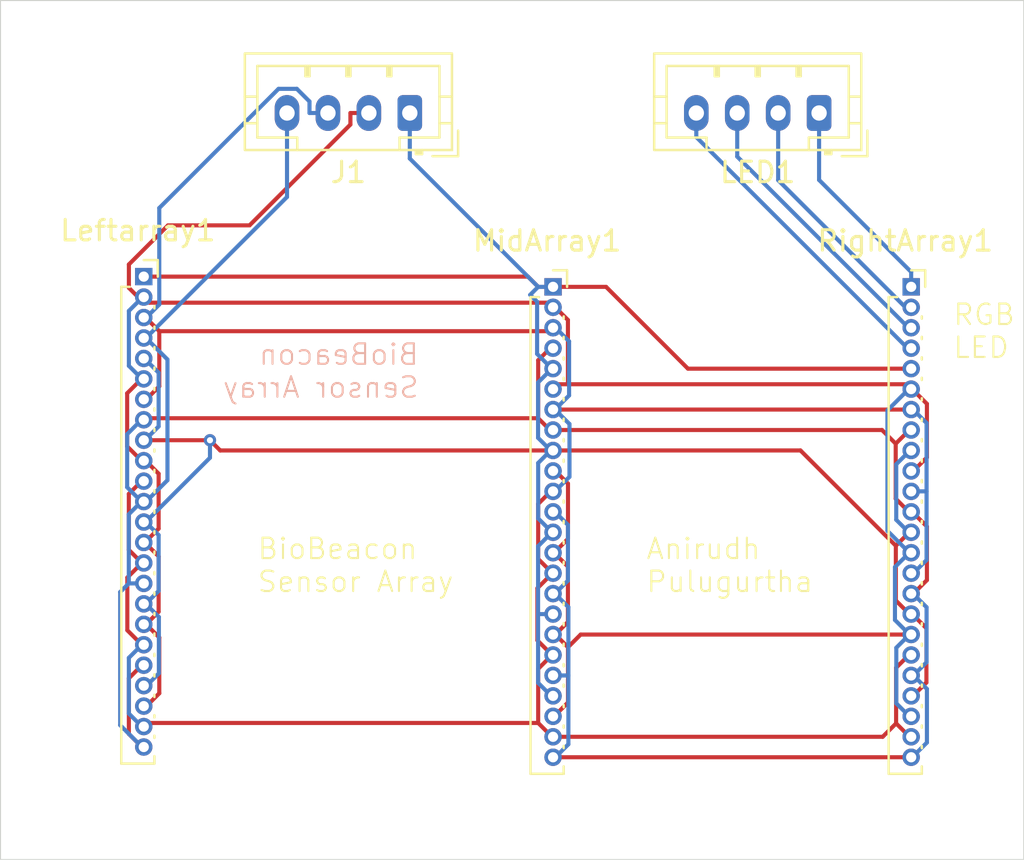
<source format=kicad_pcb>
(kicad_pcb (version 20241229) (generator "pcbnew") (generator_version "9.0")
  (layers (0 "F.Cu" signal) (2 "B.Cu" signal) (13 "F.Paste" user) (15 "B.Paste" user) (5 "F.SilkS" user "F.Silkscreen") (7 "B.SilkS" user "B.Silkscreen") (1 "F.Mask" user) (3 "B.Mask" user) (25 "Edge.Cuts" user))
  (net 0 "")
  (net 1 "Net-(J1-Pin_3)")
  (net 2 "Net-(J1-Pin_1)")
  (net 3 "Net-(J1-Pin_2)")
  (net 4 "Net-(J1-Pin_4)")
  (net 5 "Net-(LED1-Pin_2)")
  (net 6 "Net-(LED1-Pin_1)")
  (net 7 "Net-(LED1-Pin_3)")
  (net 8 "Net-(LED1-Pin_4)")
  (footprint "Connector_PinSocket_1.00mm:PinSocket_1x24_P1.00mm_Vertical" (layer "F.Cu") (at 133.5 68)
    (property "Reference" "Leftarray1" (at -0.29 -2.25 0) (layer "F.SilkS"))
    (property "Value" "Conn_01x24")
    (fp_line (start -1.1 0.5) (end -1.1 23.81) (stroke (width 0.12)) (layer "F.SilkS"))
    (fp_line (start -1.1 0.5) (end -0.685 0.5) (stroke (width 0.12)) (layer "F.SilkS"))
    (fp_line (start -1.1 23.81) (end 0.52 23.81) (stroke (width 0.12)) (layer "F.SilkS"))
    (fp_line (start 0 -0.81) (end 0.685 -0.81) (stroke (width 0.12)) (layer "F.SilkS"))
    (fp_line (start 0.52 1.445898) (end 0.52 1.554102) (stroke (width 0.12)) (layer "F.SilkS"))
    (fp_line (start 0.52 2.445898) (end 0.52 2.554102) (stroke (width 0.12)) (layer "F.SilkS"))
    (fp_line (start 0.52 3.445898) (end 0.52 3.554102) (stroke (width 0.12)) (layer "F.SilkS"))
    (fp_line (start 0.52 4.445898) (end 0.52 4.554102) (stroke (width 0.12)) (layer "F.SilkS"))
    (fp_line (start 0.52 5.445898) (end 0.52 5.554102) (stroke (width 0.12)) (layer "F.SilkS"))
    (fp_line (start 0.52 6.445898) (end 0.52 6.554102) (stroke (width 0.12)) (layer "F.SilkS"))
    (fp_line (start 0.52 7.445898) (end 0.52 7.554102) (stroke (width 0.12)) (layer "F.SilkS"))
    (fp_line (start 0.52 8.445898) (end 0.52 8.554102) (stroke (width 0.12)) (layer "F.SilkS"))
    (fp_line (start 0.52 9.445898) (end 0.52 9.554102) (stroke (width 0.12)) (layer "F.SilkS"))
    (fp_line (start 0.52 10.445898) (end 0.52 10.554102) (stroke (width 0.12)) (layer "F.SilkS"))
    (fp_line (start 0.52 11.445898) (end 0.52 11.554102) (stroke (width 0.12)) (layer "F.SilkS"))
    (fp_line (start 0.52 12.445898) (end 0.52 12.554102) (stroke (width 0.12)) (layer "F.SilkS"))
    (fp_line (start 0.52 13.445898) (end 0.52 13.554102) (stroke (width 0.12)) (layer "F.SilkS"))
    (fp_line (start 0.52 14.445898) (end 0.52 14.554102) (stroke (width 0.12)) (layer "F.SilkS"))
    (fp_line (start 0.52 15.445898) (end 0.52 15.554102) (stroke (width 0.12)) (layer "F.SilkS"))
    (fp_line (start 0.52 16.445898) (end 0.52 16.554102) (stroke (width 0.12)) (layer "F.SilkS"))
    (fp_line (start 0.52 17.445898) (end 0.52 17.554102) (stroke (width 0.12)) (layer "F.SilkS"))
    (fp_line (start 0.52 18.445898) (end 0.52 18.554102) (stroke (width 0.12)) (layer "F.SilkS"))
    (fp_line (start 0.52 19.445898) (end 0.52 19.554102) (stroke (width 0.12)) (layer "F.SilkS"))
    (fp_line (start 0.52 20.445898) (end 0.52 20.554102) (stroke (width 0.12)) (layer "F.SilkS"))
    (fp_line (start 0.52 21.445898) (end 0.52 21.554102) (stroke (width 0.12)) (layer "F.SilkS"))
    (fp_line (start 0.52 22.445898) (end 0.52 22.554102) (stroke (width 0.12)) (layer "F.SilkS"))
    (fp_line (start 0.52 23.445898) (end 0.52 23.81) (stroke (width 0.12)) (layer "F.SilkS"))
    (fp_line (start 0.685 -0.81) (end 0.685 0) (stroke (width 0.12)) (layer "F.SilkS"))
    (pad "1" thru_hole rect (at 0 0) (size 0.85 0.85) (drill 0.5) (layers "*.Cu" "*.Mask") (net 2 "Net-(J1-Pin_1)"))
    (pad "2" thru_hole circle (at 0 1) (size 0.85 0.85) (drill 0.5) (layers "*.Cu" "*.Mask") (net 3 "Net-(J1-Pin_2)"))
    (pad "3" thru_hole circle (at 0 2) (size 0.85 0.85) (drill 0.5) (layers "*.Cu" "*.Mask") (net 1 "Net-(J1-Pin_3)"))
    (pad "4" thru_hole circle (at 0 3) (size 0.85 0.85) (drill 0.5) (layers "*.Cu" "*.Mask") (net 4 "Net-(J1-Pin_4)"))
    (pad "5" thru_hole circle (at 0 4) (size 0.85 0.85) (drill 0.5) (layers "*.Cu" "*.Mask") (net 2 "Net-(J1-Pin_1)"))
    (pad "6" thru_hole circle (at 0 5) (size 0.85 0.85) (drill 0.5) (layers "*.Cu" "*.Mask") (net 3 "Net-(J1-Pin_2)"))
    (pad "7" thru_hole circle (at 0 6) (size 0.85 0.85) (drill 0.5) (layers "*.Cu" "*.Mask") (net 1 "Net-(J1-Pin_3)"))
    (pad "8" thru_hole circle (at 0 7) (size 0.85 0.85) (drill 0.5) (layers "*.Cu" "*.Mask") (net 4 "Net-(J1-Pin_4)"))
    (pad "9" thru_hole circle (at 0 8) (size 0.85 0.85) (drill 0.5) (layers "*.Cu" "*.Mask") (net 2 "Net-(J1-Pin_1)"))
    (pad "10" thru_hole circle (at 0 9) (size 0.85 0.85) (drill 0.5) (layers "*.Cu" "*.Mask") (net 3 "Net-(J1-Pin_2)"))
    (pad "11" thru_hole circle (at 0 10) (size 0.85 0.85) (drill 0.5) (layers "*.Cu" "*.Mask") (net 1 "Net-(J1-Pin_3)"))
    (pad "12" thru_hole circle (at 0 11) (size 0.85 0.85) (drill 0.5) (layers "*.Cu" "*.Mask") (net 4 "Net-(J1-Pin_4)"))
    (pad "13" thru_hole circle (at 0 12) (size 0.85 0.85) (drill 0.5) (layers "*.Cu" "*.Mask") (net 2 "Net-(J1-Pin_1)"))
    (pad "14" thru_hole circle (at 0 13) (size 0.85 0.85) (drill 0.5) (layers "*.Cu" "*.Mask") (net 3 "Net-(J1-Pin_2)"))
    (pad "15" thru_hole circle (at 0 14) (size 0.85 0.85) (drill 0.5) (layers "*.Cu" "*.Mask") (net 1 "Net-(J1-Pin_3)"))
    (pad "16" thru_hole circle (at 0 15) (size 0.85 0.85) (drill 0.5) (layers "*.Cu" "*.Mask") (net 4 "Net-(J1-Pin_4)"))
    (pad "17" thru_hole circle (at 0 16) (size 0.85 0.85) (drill 0.5) (layers "*.Cu" "*.Mask") (net 2 "Net-(J1-Pin_1)"))
    (pad "18" thru_hole circle (at 0 17) (size 0.85 0.85) (drill 0.5) (layers "*.Cu" "*.Mask") (net 3 "Net-(J1-Pin_2)"))
    (pad "19" thru_hole circle (at 0 18) (size 0.85 0.85) (drill 0.5) (layers "*.Cu" "*.Mask") (net 1 "Net-(J1-Pin_3)"))
    (pad "20" thru_hole circle (at 0 19) (size 0.85 0.85) (drill 0.5) (layers "*.Cu" "*.Mask") (net 4 "Net-(J1-Pin_4)"))
    (pad "21" thru_hole circle (at 0 20) (size 0.85 0.85) (drill 0.5) (layers "*.Cu" "*.Mask") (net 2 "Net-(J1-Pin_1)"))
    (pad "22" thru_hole circle (at 0 21) (size 0.85 0.85) (drill 0.5) (layers "*.Cu" "*.Mask") (net 3 "Net-(J1-Pin_2)"))
    (pad "23" thru_hole circle (at 0 22) (size 0.85 0.85) (drill 0.5) (layers "*.Cu" "*.Mask") (net 1 "Net-(J1-Pin_3)"))
    (pad "24" thru_hole circle (at 0 23) (size 0.85 0.85) (drill 0.5) (layers "*.Cu" "*.Mask") (net 4 "Net-(J1-Pin_4)"))
  )
  (footprint "Connector_PinSocket_1.00mm:PinSocket_1x24_P1.00mm_Vertical" (layer "F.Cu") (at 153.5 68.5)
    (property "Reference" "MidArray1" (at -0.29 -2.25 0) (layer "F.SilkS"))
    (property "Value" "Conn_01x24")
    (fp_line (start -1.1 0.5) (end -1.1 23.81) (stroke (width 0.12)) (layer "F.SilkS"))
    (fp_line (start -1.1 0.5) (end -0.685 0.5) (stroke (width 0.12)) (layer "F.SilkS"))
    (fp_line (start -1.1 23.81) (end 0.52 23.81) (stroke (width 0.12)) (layer "F.SilkS"))
    (fp_line (start 0 -0.81) (end 0.685 -0.81) (stroke (width 0.12)) (layer "F.SilkS"))
    (fp_line (start 0.52 1.445898) (end 0.52 1.554102) (stroke (width 0.12)) (layer "F.SilkS"))
    (fp_line (start 0.52 2.445898) (end 0.52 2.554102) (stroke (width 0.12)) (layer "F.SilkS"))
    (fp_line (start 0.52 3.445898) (end 0.52 3.554102) (stroke (width 0.12)) (layer "F.SilkS"))
    (fp_line (start 0.52 4.445898) (end 0.52 4.554102) (stroke (width 0.12)) (layer "F.SilkS"))
    (fp_line (start 0.52 5.445898) (end 0.52 5.554102) (stroke (width 0.12)) (layer "F.SilkS"))
    (fp_line (start 0.52 6.445898) (end 0.52 6.554102) (stroke (width 0.12)) (layer "F.SilkS"))
    (fp_line (start 0.52 7.445898) (end 0.52 7.554102) (stroke (width 0.12)) (layer "F.SilkS"))
    (fp_line (start 0.52 8.445898) (end 0.52 8.554102) (stroke (width 0.12)) (layer "F.SilkS"))
    (fp_line (start 0.52 9.445898) (end 0.52 9.554102) (stroke (width 0.12)) (layer "F.SilkS"))
    (fp_line (start 0.52 10.445898) (end 0.52 10.554102) (stroke (width 0.12)) (layer "F.SilkS"))
    (fp_line (start 0.52 11.445898) (end 0.52 11.554102) (stroke (width 0.12)) (layer "F.SilkS"))
    (fp_line (start 0.52 12.445898) (end 0.52 12.554102) (stroke (width 0.12)) (layer "F.SilkS"))
    (fp_line (start 0.52 13.445898) (end 0.52 13.554102) (stroke (width 0.12)) (layer "F.SilkS"))
    (fp_line (start 0.52 14.445898) (end 0.52 14.554102) (stroke (width 0.12)) (layer "F.SilkS"))
    (fp_line (start 0.52 15.445898) (end 0.52 15.554102) (stroke (width 0.12)) (layer "F.SilkS"))
    (fp_line (start 0.52 16.445898) (end 0.52 16.554102) (stroke (width 0.12)) (layer "F.SilkS"))
    (fp_line (start 0.52 17.445898) (end 0.52 17.554102) (stroke (width 0.12)) (layer "F.SilkS"))
    (fp_line (start 0.52 18.445898) (end 0.52 18.554102) (stroke (width 0.12)) (layer "F.SilkS"))
    (fp_line (start 0.52 19.445898) (end 0.52 19.554102) (stroke (width 0.12)) (layer "F.SilkS"))
    (fp_line (start 0.52 20.445898) (end 0.52 20.554102) (stroke (width 0.12)) (layer "F.SilkS"))
    (fp_line (start 0.52 21.445898) (end 0.52 21.554102) (stroke (width 0.12)) (layer "F.SilkS"))
    (fp_line (start 0.52 22.445898) (end 0.52 22.554102) (stroke (width 0.12)) (layer "F.SilkS"))
    (fp_line (start 0.52 23.445898) (end 0.52 23.81) (stroke (width 0.12)) (layer "F.SilkS"))
    (fp_line (start 0.685 -0.81) (end 0.685 0) (stroke (width 0.12)) (layer "F.SilkS"))
    (pad "1" thru_hole rect (at 0 0) (size 0.85 0.85) (drill 0.5) (layers "*.Cu" "*.Mask") (net 2 "Net-(J1-Pin_1)"))
    (pad "2" thru_hole circle (at 0 1) (size 0.85 0.85) (drill 0.5) (layers "*.Cu" "*.Mask") (net 3 "Net-(J1-Pin_2)"))
    (pad "3" thru_hole circle (at 0 2) (size 0.85 0.85) (drill 0.5) (layers "*.Cu" "*.Mask") (net 1 "Net-(J1-Pin_3)"))
    (pad "4" thru_hole circle (at 0 3) (size 0.85 0.85) (drill 0.5) (layers "*.Cu" "*.Mask") (net 4 "Net-(J1-Pin_4)"))
    (pad "5" thru_hole circle (at 0 4) (size 0.85 0.85) (drill 0.5) (layers "*.Cu" "*.Mask") (net 2 "Net-(J1-Pin_1)"))
    (pad "6" thru_hole circle (at 0 5) (size 0.85 0.85) (drill 0.5) (layers "*.Cu" "*.Mask") (net 3 "Net-(J1-Pin_2)"))
    (pad "7" thru_hole circle (at 0 6) (size 0.85 0.85) (drill 0.5) (layers "*.Cu" "*.Mask") (net 1 "Net-(J1-Pin_3)"))
    (pad "8" thru_hole circle (at 0 7) (size 0.85 0.85) (drill 0.5) (layers "*.Cu" "*.Mask") (net 4 "Net-(J1-Pin_4)"))
    (pad "9" thru_hole circle (at 0 8) (size 0.85 0.85) (drill 0.5) (layers "*.Cu" "*.Mask") (net 2 "Net-(J1-Pin_1)"))
    (pad "10" thru_hole circle (at 0 9) (size 0.85 0.85) (drill 0.5) (layers "*.Cu" "*.Mask") (net 3 "Net-(J1-Pin_2)"))
    (pad "11" thru_hole circle (at 0 10) (size 0.85 0.85) (drill 0.5) (layers "*.Cu" "*.Mask") (net 1 "Net-(J1-Pin_3)"))
    (pad "12" thru_hole circle (at 0 11) (size 0.85 0.85) (drill 0.5) (layers "*.Cu" "*.Mask") (net 4 "Net-(J1-Pin_4)"))
    (pad "13" thru_hole circle (at 0 12) (size 0.85 0.85) (drill 0.5) (layers "*.Cu" "*.Mask") (net 2 "Net-(J1-Pin_1)"))
    (pad "14" thru_hole circle (at 0 13) (size 0.85 0.85) (drill 0.5) (layers "*.Cu" "*.Mask") (net 3 "Net-(J1-Pin_2)"))
    (pad "15" thru_hole circle (at 0 14) (size 0.85 0.85) (drill 0.5) (layers "*.Cu" "*.Mask") (net 1 "Net-(J1-Pin_3)"))
    (pad "16" thru_hole circle (at 0 15) (size 0.85 0.85) (drill 0.5) (layers "*.Cu" "*.Mask") (net 4 "Net-(J1-Pin_4)"))
    (pad "17" thru_hole circle (at 0 16) (size 0.85 0.85) (drill 0.5) (layers "*.Cu" "*.Mask") (net 2 "Net-(J1-Pin_1)"))
    (pad "18" thru_hole circle (at 0 17) (size 0.85 0.85) (drill 0.5) (layers "*.Cu" "*.Mask") (net 3 "Net-(J1-Pin_2)"))
    (pad "19" thru_hole circle (at 0 18) (size 0.85 0.85) (drill 0.5) (layers "*.Cu" "*.Mask") (net 1 "Net-(J1-Pin_3)"))
    (pad "20" thru_hole circle (at 0 19) (size 0.85 0.85) (drill 0.5) (layers "*.Cu" "*.Mask") (net 4 "Net-(J1-Pin_4)"))
    (pad "21" thru_hole circle (at 0 20) (size 0.85 0.85) (drill 0.5) (layers "*.Cu" "*.Mask") (net 2 "Net-(J1-Pin_1)"))
    (pad "22" thru_hole circle (at 0 21) (size 0.85 0.85) (drill 0.5) (layers "*.Cu" "*.Mask") (net 3 "Net-(J1-Pin_2)"))
    (pad "23" thru_hole circle (at 0 22) (size 0.85 0.85) (drill 0.5) (layers "*.Cu" "*.Mask") (net 1 "Net-(J1-Pin_3)"))
    (pad "24" thru_hole circle (at 0 23) (size 0.85 0.85) (drill 0.5) (layers "*.Cu" "*.Mask") (net 4 "Net-(J1-Pin_4)"))
  )
  (footprint "Connector_PinSocket_1.00mm:PinSocket_1x24_P1.00mm_Vertical" (layer "F.Cu") (at 171 68.5)
    (property "Reference" "RightArray1" (at -0.29 -2.25 0) (layer "F.SilkS"))
    (property "Value" "Conn_01x24")
    (fp_line (start -1.1 0.5) (end -1.1 23.81) (stroke (width 0.12)) (layer "F.SilkS"))
    (fp_line (start -1.1 0.5) (end -0.685 0.5) (stroke (width 0.12)) (layer "F.SilkS"))
    (fp_line (start -1.1 23.81) (end 0.52 23.81) (stroke (width 0.12)) (layer "F.SilkS"))
    (fp_line (start 0 -0.81) (end 0.685 -0.81) (stroke (width 0.12)) (layer "F.SilkS"))
    (fp_line (start 0.52 1.445898) (end 0.52 1.554102) (stroke (width 0.12)) (layer "F.SilkS"))
    (fp_line (start 0.52 2.445898) (end 0.52 2.554102) (stroke (width 0.12)) (layer "F.SilkS"))
    (fp_line (start 0.52 3.445898) (end 0.52 3.554102) (stroke (width 0.12)) (layer "F.SilkS"))
    (fp_line (start 0.52 4.445898) (end 0.52 4.554102) (stroke (width 0.12)) (layer "F.SilkS"))
    (fp_line (start 0.52 5.445898) (end 0.52 5.554102) (stroke (width 0.12)) (layer "F.SilkS"))
    (fp_line (start 0.52 6.445898) (end 0.52 6.554102) (stroke (width 0.12)) (layer "F.SilkS"))
    (fp_line (start 0.52 7.445898) (end 0.52 7.554102) (stroke (width 0.12)) (layer "F.SilkS"))
    (fp_line (start 0.52 8.445898) (end 0.52 8.554102) (stroke (width 0.12)) (layer "F.SilkS"))
    (fp_line (start 0.52 9.445898) (end 0.52 9.554102) (stroke (width 0.12)) (layer "F.SilkS"))
    (fp_line (start 0.52 10.445898) (end 0.52 10.554102) (stroke (width 0.12)) (layer "F.SilkS"))
    (fp_line (start 0.52 11.445898) (end 0.52 11.554102) (stroke (width 0.12)) (layer "F.SilkS"))
    (fp_line (start 0.52 12.445898) (end 0.52 12.554102) (stroke (width 0.12)) (layer "F.SilkS"))
    (fp_line (start 0.52 13.445898) (end 0.52 13.554102) (stroke (width 0.12)) (layer "F.SilkS"))
    (fp_line (start 0.52 14.445898) (end 0.52 14.554102) (stroke (width 0.12)) (layer "F.SilkS"))
    (fp_line (start 0.52 15.445898) (end 0.52 15.554102) (stroke (width 0.12)) (layer "F.SilkS"))
    (fp_line (start 0.52 16.445898) (end 0.52 16.554102) (stroke (width 0.12)) (layer "F.SilkS"))
    (fp_line (start 0.52 17.445898) (end 0.52 17.554102) (stroke (width 0.12)) (layer "F.SilkS"))
    (fp_line (start 0.52 18.445898) (end 0.52 18.554102) (stroke (width 0.12)) (layer "F.SilkS"))
    (fp_line (start 0.52 19.445898) (end 0.52 19.554102) (stroke (width 0.12)) (layer "F.SilkS"))
    (fp_line (start 0.52 20.445898) (end 0.52 20.554102) (stroke (width 0.12)) (layer "F.SilkS"))
    (fp_line (start 0.52 21.445898) (end 0.52 21.554102) (stroke (width 0.12)) (layer "F.SilkS"))
    (fp_line (start 0.52 22.445898) (end 0.52 22.554102) (stroke (width 0.12)) (layer "F.SilkS"))
    (fp_line (start 0.52 23.445898) (end 0.52 23.81) (stroke (width 0.12)) (layer "F.SilkS"))
    (fp_line (start 0.685 -0.81) (end 0.685 0) (stroke (width 0.12)) (layer "F.SilkS"))
    (pad "1" thru_hole rect (at 0 0) (size 0.85 0.85) (drill 0.5) (layers "*.Cu" "*.Mask") (net 6 "Net-(LED1-Pin_1)"))
    (pad "2" thru_hole circle (at 0 1) (size 0.85 0.85) (drill 0.5) (layers "*.Cu" "*.Mask") (net 5 "Net-(LED1-Pin_2)"))
    (pad "3" thru_hole circle (at 0 2) (size 0.85 0.85) (drill 0.5) (layers "*.Cu" "*.Mask") (net 7 "Net-(LED1-Pin_3)"))
    (pad "4" thru_hole circle (at 0 3) (size 0.85 0.85) (drill 0.5) (layers "*.Cu" "*.Mask") (net 8 "Net-(LED1-Pin_4)"))
    (pad "5" thru_hole circle (at 0 4) (size 0.85 0.85) (drill 0.5) (layers "*.Cu" "*.Mask") (net 2 "Net-(J1-Pin_1)"))
    (pad "6" thru_hole circle (at 0 5) (size 0.85 0.85) (drill 0.5) (layers "*.Cu" "*.Mask") (net 3 "Net-(J1-Pin_2)"))
    (pad "7" thru_hole circle (at 0 6) (size 0.85 0.85) (drill 0.5) (layers "*.Cu" "*.Mask") (net 1 "Net-(J1-Pin_3)"))
    (pad "8" thru_hole circle (at 0 7) (size 0.85 0.85) (drill 0.5) (layers "*.Cu" "*.Mask") (net 4 "Net-(J1-Pin_4)"))
    (pad "9" thru_hole circle (at 0 8) (size 0.85 0.85) (drill 0.5) (layers "*.Cu" "*.Mask") (net 2 "Net-(J1-Pin_1)"))
    (pad "10" thru_hole circle (at 0 9) (size 0.85 0.85) (drill 0.5) (layers "*.Cu" "*.Mask") (net 3 "Net-(J1-Pin_2)"))
    (pad "11" thru_hole circle (at 0 10) (size 0.85 0.85) (drill 0.5) (layers "*.Cu" "*.Mask") (net 1 "Net-(J1-Pin_3)"))
    (pad "12" thru_hole circle (at 0 11) (size 0.85 0.85) (drill 0.5) (layers "*.Cu" "*.Mask") (net 4 "Net-(J1-Pin_4)"))
    (pad "13" thru_hole circle (at 0 12) (size 0.85 0.85) (drill 0.5) (layers "*.Cu" "*.Mask") (net 2 "Net-(J1-Pin_1)"))
    (pad "14" thru_hole circle (at 0 13) (size 0.85 0.85) (drill 0.5) (layers "*.Cu" "*.Mask") (net 3 "Net-(J1-Pin_2)"))
    (pad "15" thru_hole circle (at 0 14) (size 0.85 0.85) (drill 0.5) (layers "*.Cu" "*.Mask") (net 1 "Net-(J1-Pin_3)"))
    (pad "16" thru_hole circle (at 0 15) (size 0.85 0.85) (drill 0.5) (layers "*.Cu" "*.Mask") (net 4 "Net-(J1-Pin_4)"))
    (pad "17" thru_hole circle (at 0 16) (size 0.85 0.85) (drill 0.5) (layers "*.Cu" "*.Mask") (net 2 "Net-(J1-Pin_1)"))
    (pad "18" thru_hole circle (at 0 17) (size 0.85 0.85) (drill 0.5) (layers "*.Cu" "*.Mask") (net 3 "Net-(J1-Pin_2)"))
    (pad "19" thru_hole circle (at 0 18) (size 0.85 0.85) (drill 0.5) (layers "*.Cu" "*.Mask") (net 1 "Net-(J1-Pin_3)"))
    (pad "20" thru_hole circle (at 0 19) (size 0.85 0.85) (drill 0.5) (layers "*.Cu" "*.Mask") (net 4 "Net-(J1-Pin_4)"))
    (pad "21" thru_hole circle (at 0 20) (size 0.85 0.85) (drill 0.5) (layers "*.Cu" "*.Mask") (net 2 "Net-(J1-Pin_1)"))
    (pad "22" thru_hole circle (at 0 21) (size 0.85 0.85) (drill 0.5) (layers "*.Cu" "*.Mask") (net 3 "Net-(J1-Pin_2)"))
    (pad "23" thru_hole circle (at 0 22) (size 0.85 0.85) (drill 0.5) (layers "*.Cu" "*.Mask") (net 1 "Net-(J1-Pin_3)"))
    (pad "24" thru_hole circle (at 0 23) (size 0.85 0.85) (drill 0.5) (layers "*.Cu" "*.Mask") (net 4 "Net-(J1-Pin_4)"))
  )
  (footprint "Connector_JST:JST_PH_B4B-PH-K_1x04_P2.00mm_Vertical" (layer "F.Cu") (at 146.5 60 180)
    (property "Reference" "J1" (at 3 -2.9 0) (layer "F.SilkS"))
    (property "Value" "Conn_01x04")
    (fp_line (start 8.06 0.8) (end 7.45 0.8) (stroke (width 0.12)) (layer "F.SilkS"))
    (fp_line (start 8.06 -0.5) (end 7.45 -0.5) (stroke (width 0.12)) (layer "F.SilkS"))
    (fp_line (start 7.45 2.3) (end 7.45 -1.2) (stroke (width 0.12)) (layer "F.SilkS"))
    (fp_line (start 7.45 -1.2) (end 5.5 -1.2) (stroke (width 0.12)) (layer "F.SilkS"))
    (fp_line (start 5.5 -1.2) (end 5.5 -1.81) (stroke (width 0.12)) (layer "F.SilkS"))
    (fp_line (start 5.1 1.8) (end 5.1 2.3) (stroke (width 0.12)) (layer "F.SilkS"))
    (fp_line (start 5 2.3) (end 5 1.8) (stroke (width 0.12)) (layer "F.SilkS"))
    (fp_line (start 4.9 2.3) (end 4.9 1.8) (stroke (width 0.12)) (layer "F.SilkS"))
    (fp_line (start 4.9 1.8) (end 5.1 1.8) (stroke (width 0.12)) (layer "F.SilkS"))
    (fp_line (start 3.1 1.8) (end 3.1 2.3) (stroke (width 0.12)) (layer "F.SilkS"))
    (fp_line (start 3 2.3) (end 3 1.8) (stroke (width 0.12)) (layer "F.SilkS"))
    (fp_line (start 2.9 2.3) (end 2.9 1.8) (stroke (width 0.12)) (layer "F.SilkS"))
    (fp_line (start 2.9 1.8) (end 3.1 1.8) (stroke (width 0.12)) (layer "F.SilkS"))
    (fp_line (start 1.1 1.8) (end 1.1 2.3) (stroke (width 0.12)) (layer "F.SilkS"))
    (fp_line (start 1 2.3) (end 1 1.8) (stroke (width 0.12)) (layer "F.SilkS"))
    (fp_line (start 0.9 2.3) (end 0.9 1.8) (stroke (width 0.12)) (layer "F.SilkS"))
    (fp_line (start 0.9 1.8) (end 1.1 1.8) (stroke (width 0.12)) (layer "F.SilkS"))
    (fp_line (start 0.5 -1.2) (end -1.45 -1.2) (stroke (width 0.12)) (layer "F.SilkS"))
    (fp_line (start 0.5 -1.81) (end 0.5 -1.2) (stroke (width 0.12)) (layer "F.SilkS"))
    (fp_line (start -0.3 -1.81) (end -0.3 -2.01) (stroke (width 0.12)) (layer "F.SilkS"))
    (fp_line (start -0.3 -1.91) (end -0.6 -1.91) (stroke (width 0.12)) (layer "F.SilkS"))
    (fp_line (start -0.3 -2.01) (end -0.6 -2.01) (stroke (width 0.12)) (layer "F.SilkS"))
    (fp_line (start -0.6 -2.01) (end -0.6 -1.81) (stroke (width 0.12)) (layer "F.SilkS"))
    (fp_line (start -1.11 -2.11) (end -2.36 -2.11) (stroke (width 0.12)) (layer "F.SilkS"))
    (fp_line (start -1.45 2.3) (end 7.45 2.3) (stroke (width 0.12)) (layer "F.SilkS"))
    (fp_line (start -1.45 -1.2) (end -1.45 2.3) (stroke (width 0.12)) (layer "F.SilkS"))
    (fp_line (start -2.06 0.8) (end -1.45 0.8) (stroke (width 0.12)) (layer "F.SilkS"))
    (fp_line (start -2.06 -0.5) (end -1.45 -0.5) (stroke (width 0.12)) (layer "F.SilkS"))
    (fp_line (start -2.36 -2.11) (end -2.36 -0.86) (stroke (width 0.12)) (layer "F.SilkS"))
    (fp_rect (start -2.06 -1.81) (end 8.06 2.91) (stroke (width 0.12)) (fill no) (layer "F.SilkS"))
    (pad "1" thru_hole roundrect (at 0 0 180) (size 1.2 1.75) (drill 0.75) (layers "*.Cu" "*.Mask") (roundrect_rratio 0.208333) (net 2 "Net-(J1-Pin_1)"))
    (pad "2" thru_hole oval (at 2 0 180) (size 1.2 1.75) (drill 0.75) (layers "*.Cu" "*.Mask") (net 3 "Net-(J1-Pin_2)"))
    (pad "3" thru_hole oval (at 4 0 180) (size 1.2 1.75) (drill 0.75) (layers "*.Cu" "*.Mask") (net 1 "Net-(J1-Pin_3)"))
    (pad "4" thru_hole oval (at 6 0 180) (size 1.2 1.75) (drill 0.75) (layers "*.Cu" "*.Mask") (net 4 "Net-(J1-Pin_4)"))
  )
  (footprint "Connector_JST:JST_PH_B4B-PH-K_1x04_P2.00mm_Vertical" (layer "F.Cu") (at 166.5 60 180)
    (property "Reference" "LED1" (at 3 -2.9 0) (layer "F.SilkS"))
    (property "Value" "Conn_01x04")
    (fp_line (start 8.06 0.8) (end 7.45 0.8) (stroke (width 0.12)) (layer "F.SilkS"))
    (fp_line (start 8.06 -0.5) (end 7.45 -0.5) (stroke (width 0.12)) (layer "F.SilkS"))
    (fp_line (start 7.45 2.3) (end 7.45 -1.2) (stroke (width 0.12)) (layer "F.SilkS"))
    (fp_line (start 7.45 -1.2) (end 5.5 -1.2) (stroke (width 0.12)) (layer "F.SilkS"))
    (fp_line (start 5.5 -1.2) (end 5.5 -1.81) (stroke (width 0.12)) (layer "F.SilkS"))
    (fp_line (start 5.1 1.8) (end 5.1 2.3) (stroke (width 0.12)) (layer "F.SilkS"))
    (fp_line (start 5 2.3) (end 5 1.8) (stroke (width 0.12)) (layer "F.SilkS"))
    (fp_line (start 4.9 2.3) (end 4.9 1.8) (stroke (width 0.12)) (layer "F.SilkS"))
    (fp_line (start 4.9 1.8) (end 5.1 1.8) (stroke (width 0.12)) (layer "F.SilkS"))
    (fp_line (start 3.1 1.8) (end 3.1 2.3) (stroke (width 0.12)) (layer "F.SilkS"))
    (fp_line (start 3 2.3) (end 3 1.8) (stroke (width 0.12)) (layer "F.SilkS"))
    (fp_line (start 2.9 2.3) (end 2.9 1.8) (stroke (width 0.12)) (layer "F.SilkS"))
    (fp_line (start 2.9 1.8) (end 3.1 1.8) (stroke (width 0.12)) (layer "F.SilkS"))
    (fp_line (start 1.1 1.8) (end 1.1 2.3) (stroke (width 0.12)) (layer "F.SilkS"))
    (fp_line (start 1 2.3) (end 1 1.8) (stroke (width 0.12)) (layer "F.SilkS"))
    (fp_line (start 0.9 2.3) (end 0.9 1.8) (stroke (width 0.12)) (layer "F.SilkS"))
    (fp_line (start 0.9 1.8) (end 1.1 1.8) (stroke (width 0.12)) (layer "F.SilkS"))
    (fp_line (start 0.5 -1.2) (end -1.45 -1.2) (stroke (width 0.12)) (layer "F.SilkS"))
    (fp_line (start 0.5 -1.81) (end 0.5 -1.2) (stroke (width 0.12)) (layer "F.SilkS"))
    (fp_line (start -0.3 -1.81) (end -0.3 -2.01) (stroke (width 0.12)) (layer "F.SilkS"))
    (fp_line (start -0.3 -1.91) (end -0.6 -1.91) (stroke (width 0.12)) (layer "F.SilkS"))
    (fp_line (start -0.3 -2.01) (end -0.6 -2.01) (stroke (width 0.12)) (layer "F.SilkS"))
    (fp_line (start -0.6 -2.01) (end -0.6 -1.81) (stroke (width 0.12)) (layer "F.SilkS"))
    (fp_line (start -1.11 -2.11) (end -2.36 -2.11) (stroke (width 0.12)) (layer "F.SilkS"))
    (fp_line (start -1.45 2.3) (end 7.45 2.3) (stroke (width 0.12)) (layer "F.SilkS"))
    (fp_line (start -1.45 -1.2) (end -1.45 2.3) (stroke (width 0.12)) (layer "F.SilkS"))
    (fp_line (start -2.06 0.8) (end -1.45 0.8) (stroke (width 0.12)) (layer "F.SilkS"))
    (fp_line (start -2.06 -0.5) (end -1.45 -0.5) (stroke (width 0.12)) (layer "F.SilkS"))
    (fp_line (start -2.36 -2.11) (end -2.36 -0.86) (stroke (width 0.12)) (layer "F.SilkS"))
    (fp_rect (start -2.06 -1.81) (end 8.06 2.91) (stroke (width 0.12)) (fill no) (layer "F.SilkS"))
    (pad "1" thru_hole roundrect (at 0 0 180) (size 1.2 1.75) (drill 0.75) (layers "*.Cu" "*.Mask") (roundrect_rratio 0.208333) (net 6 "Net-(LED1-Pin_1)"))
    (pad "2" thru_hole oval (at 2 0 180) (size 1.2 1.75) (drill 0.75) (layers "*.Cu" "*.Mask") (net 5 "Net-(LED1-Pin_2)"))
    (pad "3" thru_hole oval (at 4 0 180) (size 1.2 1.75) (drill 0.75) (layers "*.Cu" "*.Mask") (net 7 "Net-(LED1-Pin_3)"))
    (pad "4" thru_hole oval (at 6 0 180) (size 1.2 1.75) (drill 0.75) (layers "*.Cu" "*.Mask") (net 8 "Net-(LED1-Pin_4)"))
  )
  (gr_rect (start 126.5 54.5) (end 176.5 96.5) (stroke (width 0.05)) (fill no) (layer "Edge.Cuts"))
  (gr_text "Anirudh\nPulugurtha" (at 158 83.5 0) (layer "F.SilkS") (effects (font (size 1 1) (thickness 0.1)) (justify left bottom)))
  (gr_text "RGB\nLED" (at 173 72.054102 0) (layer "F.SilkS") (effects (font (size 1 1) (thickness 0.1)) (justify left bottom)))
  (gr_text "BioBeacon\nSensor Array" (at 139 83.5 0) (layer "F.SilkS") (effects (font (size 1 1) (thickness 0.1)) (justify left bottom)))
  (gr_text "BioBeacon\nSensor Array" (at 147 74 0) (layer "B.SilkS") (effects (font (size 1 1) (thickness 0.1)) (justify left bottom mirror)))
  (segment (start 170.2637 87.125) (end 170.8887 86.5) (width 0.2) (layer "F.Cu") (net 1))
  (segment (start 153.4501 86.5) (end 152.7342 85.7841) (width 0.2) (layer "F.Cu") (net 1))
  (segment (start 133.5 70) (end 133.5906 70) (width 0.2) (layer "F.Cu") (net 1))
  (segment (start 152.7733 79.1138) (end 153.3871 78.5) (width 0.2) (layer "F.Cu") (net 1))
  (segment (start 153.4501 86.5) (end 152.7733 87.1768) (width 0.2) (layer "F.Cu") (net 1))
  (segment (start 134.2581 70.6675) (end 134.2581 73.3627) (width 0.2) (layer "F.Cu") (net 1))
  (segment (start 133.5 82) (end 133.4094 82) (width 0.2) (layer "F.Cu") (net 1))
  (segment (start 170.2637 89.8438) (end 169.6075 90.5) (width 0.2) (layer "F.Cu") (net 1))
  (segment (start 152.7342 83.2352) (end 153.4694 82.5) (width 0.2) (layer "F.Cu") (net 1))
  (segment (start 153.3871 78.5) (end 153.5 78.5) (width 0.2) (layer "F.Cu") (net 1))
  (segment (start 133.4094 82) (end 132.7706 81.3612) (width 0.2) (layer "F.Cu") (net 1))
  (segment (start 153.4694 82.5) (end 152.7733 81.8039) (width 0.2) (layer "F.Cu") (net 1))
  (segment (start 134.2581 73.3627) (end 133.6208 74) (width 0.2) (layer "F.Cu") (net 1))
  (segment (start 152.7733 87.1768) (end 152.7733 89.8233) (width 0.2) (layer "F.Cu") (net 1))
  (segment (start 152.7342 85.7841) (end 152.7342 83.2352) (width 0.2) (layer "F.Cu") (net 1))
  (segment (start 152.7733 89.8233) (end 133.6767 89.8233) (width 0.2) (layer "F.Cu") (net 1))
  (segment (start 170.8887 86.5) (end 171 86.5) (width 0.2) (layer "F.Cu") (net 1))
  (segment (start 132.697 85.2916) (end 133.4054 86) (width 0.2) (layer "F.Cu") (net 1))
  (segment (start 153.45 90.5) (end 153.5 90.5) (width 0.2) (layer "F.Cu") (net 1))
  (segment (start 133.4094 82) (end 132.697 82.7124) (width 0.2) (layer "F.Cu") (net 1))
  (segment (start 133.6208 74) (end 133.5 74) (width 0.2) (layer "F.Cu") (net 1))
  (segment (start 170.9199 90.5) (end 170.2637 89.8438) (width 0.2) (layer "F.Cu") (net 1))
  (segment (start 152.7733 89.8233) (end 153.45 90.5) (width 0.2) (layer "F.Cu") (net 1))
  (segment (start 132.7706 81.3612) (end 132.7706 78.6223) (width 0.2) (layer "F.Cu") (net 1))
  (segment (start 171 74.5) (end 153.5 74.5) (width 0.2) (layer "F.Cu") (net 1))
  (segment (start 133.3929 78) (end 133.5 78) (width 0.2) (layer "F.Cu") (net 1))
  (segment (start 169.6075 90.5) (end 153.5 90.5) (width 0.2) (layer "F.Cu") (net 1))
  (segment (start 170.2637 89.8438) (end 170.2637 87.125) (width 0.2) (layer "F.Cu") (net 1))
  (segment (start 134.2581 70.6675) (end 153.3325 70.6675) (width 0.2) (layer "F.Cu") (net 1))
  (segment (start 153.5 86.5) (end 153.4501 86.5) (width 0.2) (layer "F.Cu") (net 1))
  (segment (start 133.4054 86) (end 133.5 86) (width 0.2) (layer "F.Cu") (net 1))
  (segment (start 153.3325 70.6675) (end 153.5 70.5) (width 0.2) (layer "F.Cu") (net 1))
  (segment (start 132.7706 78.6223) (end 133.3929 78) (width 0.2) (layer "F.Cu") (net 1))
  (segment (start 153.4694 82.5) (end 153.5 82.5) (width 0.2) (layer "F.Cu") (net 1))
  (segment (start 132.697 82.7124) (end 132.697 85.2916) (width 0.2) (layer "F.Cu") (net 1))
  (segment (start 133.6767 89.8233) (end 133.5 90) (width 0.2) (layer "F.Cu") (net 1))
  (segment (start 171 90.5) (end 170.9199 90.5) (width 0.2) (layer "F.Cu") (net 1))
  (segment (start 152.7733 81.8039) (end 152.7733 79.1138) (width 0.2) (layer "F.Cu") (net 1))
  (segment (start 133.5906 70) (end 134.2581 70.6675) (width 0.2) (layer "F.Cu") (net 1))
  (segment (start 141.5983 60) (end 141.5983 59.4364) (width 0.2) (layer "B.Cu") (net 1))
  (segment (start 171 78.5) (end 171.752 78.5) (width 0.2) (layer "B.Cu") (net 1))
  (segment (start 171 82.5) (end 171.1085 82.5) (width 0.2) (layer "B.Cu") (net 1))
  (segment (start 171.752 75.1583) (end 171.0937 74.5) (width 0.2) (layer "B.Cu") (net 1))
  (segment (start 153.5 78.5) (end 153.5906 78.5) (width 0.2) (layer "B.Cu") (net 1))
  (segment (start 142.5 60) (end 141.5983 60) (width 0.2) (layer "B.Cu") (net 1))
  (segment (start 140.9803 58.8184) (end 140.0851 58.8184) (width 0.2) (layer "B.Cu") (net 1))
  (segment (start 133.5 86) (end 133.4094 86) (width 0.2) (layer "B.Cu") (net 1))
  (segment (start 132.7719 86.6375) (end 132.7719 89.363) (width 0.2) (layer "B.Cu") (net 1))
  (segment (start 133.4089 90) (end 133.5 90) (width 0.2) (layer "B.Cu") (net 1))
  (segment (start 171.0937 74.5) (end 171 74.5) (width 0.2) (layer "B.Cu") (net 1))
  (segment (start 133.4094 86) (end 132.7719 86.6375) (width 0.2) (layer "B.Cu") (net 1))
  (segment (start 132.7719 89.363) (end 133.4089 90) (width 0.2) (layer "B.Cu") (net 1))
  (segment (start 171.1085 82.5) (end 171.752 81.8565) (width 0.2) (layer "B.Cu") (net 1))
  (segment (start 153.6201 70.5) (end 153.5 70.5) (width 0.2) (layer "B.Cu") (net 1))
  (segment (start 153.5946 74.5) (end 154.2838 73.8108) (width 0.2) (layer "B.Cu") (net 1))
  (segment (start 171.752 81.8565) (end 171.752 78.5) (width 0.2) (layer "B.Cu") (net 1))
  (segment (start 133.6208 70) (end 133.5 70) (width 0.2) (layer "B.Cu") (net 1))
  (segment (start 154.2838 71.1637) (end 153.6201 70.5) (width 0.2) (layer "B.Cu") (net 1))
  (segment (start 153.5 74.5) (end 153.5946 74.5) (width 0.2) (layer "B.Cu") (net 1))
  (segment (start 153.5906 78.5) (end 154.303 77.7876) (width 0.2) (layer "B.Cu") (net 1))
  (segment (start 154.2838 73.8108) (end 154.2838 71.1637) (width 0.2) (layer "B.Cu") (net 1))
  (segment (start 154.303 77.7876) (end 154.303 75.2084) (width 0.2) (layer "B.Cu") (net 1))
  (segment (start 154.303 75.2084) (end 153.5946 74.5) (width 0.2) (layer "B.Cu") (net 1))
  (segment (start 134.2579 69.3629) (end 133.6208 70) (width 0.2) (layer "B.Cu") (net 1))
  (segment (start 141.5983 59.4364) (end 140.9803 58.8184) (width 0.2) (layer "B.Cu") (net 1))
  (segment (start 171.752 78.5) (end 171.752 75.1583) (width 0.2) (layer "B.Cu") (net 1))
  (segment (start 140.0851 58.8184) (end 134.2579 64.6456) (width 0.2) (layer "B.Cu") (net 1))
  (segment (start 134.2579 64.6456) (end 134.2579 69.3629) (width 0.2) (layer "B.Cu") (net 1))
  (segment (start 153.5 68.5) (end 152.7733 68.5) (width 0.2) (layer "F.Cu") (net 2))
  (segment (start 171.7448 87.8458) (end 171.7448 85.193) (width 0.2) (layer "F.Cu") (net 2))
  (segment (start 171 72.5) (end 160.091 72.5) (width 0.2) (layer "F.Cu") (net 2))
  (segment (start 170.9094 80.5) (end 170.2504 81.159) (width 0.2) (layer "F.Cu") (net 2))
  (segment (start 171.0518 84.5) (end 171 84.5) (width 0.2) (layer "F.Cu") (net 2))
  (segment (start 171.0906 88.5) (end 171.7448 87.8458) (width 0.2) (layer "F.Cu") (net 2))
  (segment (start 153.5 76.5) (end 165.5914 76.5) (width 0.2) (layer "F.Cu") (net 2))
  (segment (start 152.7733 68.5) (end 152.2733 68) (width 0.2) (layer "F.Cu") (net 2))
  (segment (start 165.5914 76.5) (end 170.2504 81.159) (width 0.2) (layer "F.Cu") (net 2))
  (segment (start 170.2504 83.8355) (end 170.9149 84.5) (width 0.2) (layer "F.Cu") (net 2))
  (segment (start 171 88.5) (end 171.0906 88.5) (width 0.2) (layer "F.Cu") (net 2))
  (segment (start 171 80.5) (end 170.9094 80.5) (width 0.2) (layer "F.Cu") (net 2))
  (segment (start 171.7448 85.193) (end 171.0518 84.5) (width 0.2) (layer "F.Cu") (net 2))
  (segment (start 170.9149 84.5) (end 171 84.5) (width 0.2) (layer "F.Cu") (net 2))
  (segment (start 136.7355 76) (end 133.5 76) (width 0.2) (layer "F.Cu") (net 2))
  (segment (start 170.2504 81.159) (end 170.2504 83.8355) (width 0.2) (layer "F.Cu") (net 2))
  (segment (start 136.7355 76) (end 137.2355 76.5) (width 0.2) (layer "F.Cu") (net 2))
  (segment (start 137.2355 76.5) (end 153.5 76.5) (width 0.2) (layer "F.Cu") (net 2))
  (segment (start 156.091 68.5) (end 153.5 68.5) (width 0.2) (layer "F.Cu") (net 2))
  (segment (start 152.2733 68) (end 133.5 68) (width 0.2) (layer "F.Cu") (net 2))
  (segment (start 160.091 72.5) (end 156.091 68.5) (width 0.2) (layer "F.Cu") (net 2))
  (via (at 136.7355 76) (size 0.6) (drill 0.3) (layers "F.Cu" "B.Cu") (net 2))
  (segment (start 153.4432 72.5) (end 152.768 73.1752) (width 0.2) (layer "B.Cu") (net 2))
  (segment (start 153.3857 76.5) (end 153.5 76.5) (width 0.2) (layer "B.Cu") (net 2))
  (segment (start 133.5 72) (end 133.5278 72) (width 0.2) (layer "B.Cu") (net 2))
  (segment (start 136.7355 76.8551) (end 136.7355 76) (width 0.2) (layer "B.Cu") (net 2))
  (segment (start 153.5 68.5) (end 152.7733 68.5) (width 0.2) (layer "B.Cu") (net 2))
  (segment (start 146.5 60) (end 146.5 62.2267) (width 0.2) (layer "B.Cu") (net 2))
  (segment (start 152.721 71.7777) (end 153.4432 72.5) (width 0.2) (layer "B.Cu") (net 2))
  (segment (start 152.7733 79.8233) (end 153.45 80.5) (width 0.2) (layer "B.Cu") (net 2))
  (segment (start 170.27 77.175) (end 170.945 76.5) (width 0.2) (layer "B.Cu") (net 2))
  (segment (start 133.6375 88) (end 134.2386 87.3989) (width 0.2) (layer "B.Cu") (net 2))
  (segment (start 153.5 88.5) (end 153.4094 88.5) (width 0.2) (layer "B.Cu") (net 2))
  (segment (start 152.768 75.8823) (end 153.3857 76.5) (width 0.2) (layer "B.Cu") (net 2))
  (segment (start 133.5517 76) (end 133.5 76) (width 0.2) (layer "B.Cu") (net 2))
  (segment (start 152.7688 84.5) (end 153.5 84.5) (width 0.2) (layer "B.Cu") (net 2))
  (segment (start 152.7688 81.1812) (end 153.45 80.5) (width 0.2) (layer "B.Cu") (net 2))
  (segment (start 153.45 80.5) (end 153.5 80.5) (width 0.2) (layer "B.Cu") (net 2))
  (segment (start 133.5 80) (end 133.5906 80) (width 0.2) (layer "B.Cu") (net 2))
  (segment (start 171 80.5) (end 170.8812 80.5) (width 0.2) (layer "B.Cu") (net 2))
  (segment (start 152.3835 68.8898) (end 152.721 69.2273) (width 0.2) (layer "B.Cu") (net 2))
  (segment (start 134.2267 83.3684) (end 134.2267 80.6361) (width 0.2) (layer "B.Cu") (net 2))
  (segment (start 133.5278 72) (end 134.2267 72.6989) (width 0.2) (layer "B.Cu") (net 2))
  (segment (start 134.2386 87.3989) (end 134.2386 84.6435) (width 0.2) (layer "B.Cu") (net 2))
  (segment (start 170.945 76.5) (end 171 76.5) (width 0.2) (layer "B.Cu") (net 2))
  (segment (start 152.7688 87.8594) (end 152.7688 84.5) (width 0.2) (layer "B.Cu") (net 2))
  (segment (start 133.5906 80) (end 136.7355 76.8551) (width 0.2) (layer "B.Cu") (net 2))
  (segment (start 134.2386 84.6435) (end 133.5951 84) (width 0.2) (layer "B.Cu") (net 2))
  (segment (start 134.2267 72.6989) (end 134.2267 75.325) (width 0.2) (layer "B.Cu") (net 2))
  (segment (start 152.768 73.1752) (end 152.768 75.8823) (width 0.2) (layer "B.Cu") (net 2))
  (segment (start 152.721 69.2273) (end 152.721 71.7777) (width 0.2) (layer "B.Cu") (net 2))
  (segment (start 133.5951 84) (end 134.2267 83.3684) (width 0.2) (layer "B.Cu") (net 2))
  (segment (start 146.5 62.2267) (end 152.7733 68.5) (width 0.2) (layer "B.Cu") (net 2))
  (segment (start 153.4094 88.5) (end 152.7688 87.8594) (width 0.2) (layer "B.Cu") (net 2))
  (segment (start 152.7733 77.1124) (end 152.7733 79.8233) (width 0.2) (layer "B.Cu") (net 2))
  (segment (start 133.5 88) (end 133.6375 88) (width 0.2) (layer "B.Cu") (net 2))
  (segment (start 134.2267 75.325) (end 133.5517 76) (width 0.2) (layer "B.Cu") (net 2))
  (segment (start 152.7733 68.5) (end 152.3835 68.8898) (width 0.2) (layer "B.Cu") (net 2))
  (segment (start 153.5 72.5) (end 153.4432 72.5) (width 0.2) (layer "B.Cu") (net 2))
  (segment (start 133.5951 84) (end 133.5 84) (width 0.2) (layer "B.Cu") (net 2))
  (segment (start 170.27 79.8888) (end 170.27 77.175) (width 0.2) (layer "B.Cu") (net 2))
  (segment (start 152.7688 84.5) (end 152.7688 81.1812) (width 0.2) (layer "B.Cu") (net 2))
  (segment (start 134.2267 80.6361) (end 133.5906 80) (width 0.2) (layer "B.Cu") (net 2))
  (segment (start 170.8812 80.5) (end 170.27 79.8888) (width 0.2) (layer "B.Cu") (net 2))
  (segment (start 153.3857 76.5) (end 152.7733 77.1124) (width 0.2) (layer "B.Cu") (net 2))
  (segment (start 133.3889 77) (end 132.689 76.3001) (width 0.2) (layer "F.Cu") (net 3))
  (segment (start 133.55 81) (end 133.5 81) (width 0.2) (layer "F.Cu") (net 3))
  (segment (start 154.2301 88.8199) (end 154.2301 86.1198) (width 0.2) (layer "F.Cu") (net 3))
  (segment (start 171.1085 77.5) (end 171 77.5) (width 0.2) (layer "F.Cu") (net 3))
  (segment (start 132.7733 68.55) (end 133.2233 69) (width 0.2) (layer "F.Cu") (net 3))
  (segment (start 154.2301 80.8199) (end 154.2301 78.1198) (width 0.2) (layer "F.Cu") (net 3))
  (segment (start 144.5 60) (end 143.5983 60) (width 0.2) (layer "F.Cu") (net 3))
  (segment (start 171.05 73.5) (end 171.7687 74.2187) (width 0.2) (layer "F.Cu") (net 3))
  (segment (start 154.2267 84.8836) (end 153.6103 85.5) (width 0.2) (layer "F.Cu") (net 3))
  (segment (start 154.227 73.2625) (end 170.7625 73.2625) (width 0.2) (layer "F.Cu") (net 3))
  (segment (start 170.7625 73.2625) (end 171 73.5) (width 0.2) (layer "F.Cu") (net 3))
  (segment (start 153.5 69.5) (end 153.2733 69.2733) (width 0.2) (layer "F.Cu") (net 3))
  (segment (start 153.2733 69.2733) (end 133.7733 69.2733) (width 0.2) (layer "F.Cu") (net 3))
  (segment (start 132.7733 67.4046) (end 132.7733 68.55) (width 0.2) (layer "F.Cu") (net 3))
  (segment (start 171 85.5) (end 154.8499 85.5) (width 0.2) (layer "F.Cu") (net 3))
  (segment (start 134.2583 85.6454) (end 133.6129 85) (width 0.2) (layer "F.Cu") (net 3))
  (segment (start 134.2267 77.6361) (end 134.2267 80.3233) (width 0.2) (layer "F.Cu") (net 3))
  (segment (start 134.2583 88.3728) (end 134.2583 85.6454) (width 0.2) (layer "F.Cu") (net 3))
  (segment (start 154.2267 82.1767) (end 154.2267 84.8836) (width 0.2) (layer "F.Cu") (net 3))
  (segment (start 143.5983 60.5636) (end 138.6678 65.4941) (width 0.2) (layer "F.Cu") (net 3))
  (segment (start 153.7375 73.2625) (end 153.5 73.5) (width 0.2) (layer "F.Cu") (net 3))
  (segment (start 154.2301 78.1198) (end 153.6103 77.5) (width 0.2) (layer "F.Cu") (net 3))
  (segment (start 154.227 73.2625) (end 154.227 70.1202) (width 0.2) (layer "F.Cu") (net 3))
  (segment (start 133.55 81) (end 134.2267 81.6767) (width 0.2) (layer "F.Cu") (net 3))
  (segment (start 133.2233 69) (end 133.5 69) (width 0.2) (layer "F.Cu") (net 3))
  (segment (start 171.7687 76.8398) (end 171.1085 77.5) (width 0.2) (layer "F.Cu") (net 3))
  (segment (start 154.227 73.2625) (end 153.7375 73.2625) (width 0.2) (layer "F.Cu") (net 3))
  (segment (start 133.5 89) (end 133.6311 89) (width 0.2) (layer "F.Cu") (net 3))
  (segment (start 153.5 89.5) (end 153.55 89.5) (width 0.2) (layer "F.Cu") (net 3))
  (segment (start 153.6103 77.5) (end 153.5 77.5) (width 0.2) (layer "F.Cu") (net 3))
  (segment (start 153.6103 85.5) (end 153.5 85.5) (width 0.2) (layer "F.Cu") (net 3))
  (segment (start 143.5983 60) (end 143.5983 60.5636) (width 0.2) (layer "F.Cu") (net 3))
  (segment (start 171.7687 74.2187) (end 171.7687 76.8398) (width 0.2) (layer "F.Cu") (net 3))
  (segment (start 133.5 77) (end 133.3889 77) (width 0.2) (layer "F.Cu") (net 3))
  (segment (start 138.6678 65.4941) (end 134.6838 65.4941) (width 0.2) (layer "F.Cu") (net 3))
  (segment (start 133.5 77) (end 133.5906 77) (width 0.2) (layer "F.Cu") (net 3))
  (segment (start 133.7733 69.2733) (end 133.5 69) (width 0.2) (layer "F.Cu") (net 3))
  (segment (start 153.6068 69.5) (end 153.5 69.5) (width 0.2) (layer "F.Cu") (net 3))
  (segment (start 153.55 81.5) (end 154.2301 80.8199) (width 0.2) (layer "F.Cu") (net 3))
  (segment (start 134.6838 65.4941) (end 132.7733 67.4046) (width 0.2) (layer "F.Cu") (net 3))
  (segment (start 133.5906 77) (end 134.2267 77.6361) (width 0.2) (layer "F.Cu") (net 3))
  (segment (start 132.689 76.3001) (end 132.689 73.7039) (width 0.2) (layer "F.Cu") (net 3))
  (segment (start 153.55 89.5) (end 154.2301 88.8199) (width 0.2) (layer "F.Cu") (net 3))
  (segment (start 153.5 81.5) (end 153.55 81.5) (width 0.2) (layer "F.Cu") (net 3))
  (segment (start 133.6129 85) (end 133.5 85) (width 0.2) (layer "F.Cu") (net 3))
  (segment (start 134.2267 84.3862) (end 133.6129 85) (width 0.2) (layer "F.Cu") (net 3))
  (segment (start 154.2301 86.1198) (end 153.6103 85.5) (width 0.2) (layer "F.Cu") (net 3))
  (segment (start 133.6311 89) (end 134.2583 88.3728) (width 0.2) (layer "F.Cu") (net 3))
  (segment (start 154.8499 85.5) (end 154.2301 86.1198) (width 0.2) (layer "F.Cu") (net 3))
  (segment (start 153.55 81.5) (end 154.2267 82.1767) (width 0.2) (layer "F.Cu") (net 3))
  (segment (start 132.689 73.7039) (end 133.3929 73) (width 0.2) (layer "F.Cu") (net 3))
  (segment (start 133.3929 73) (end 133.5 73) (width 0.2) (layer "F.Cu") (net 3))
  (segment (start 134.2267 80.3233) (end 133.55 81) (width 0.2) (layer "F.Cu") (net 3))
  (segment (start 134.2267 81.6767) (end 134.2267 84.3862) (width 0.2) (layer "F.Cu") (net 3))
  (segment (start 154.227 70.1202) (end 153.6068 69.5) (width 0.2) (layer "F.Cu") (net 3))
  (segment (start 171 73.5) (end 171.05 73.5) (width 0.2) (layer "F.Cu") (net 3))
  (segment (start 133.4483 69) (end 133.5 69) (width 0.2) (layer "B.Cu") (net 3))
  (segment (start 171 89.5) (end 170.9094 89.5) (width 0.2) (layer "B.Cu") (net 3))
  (segment (start 170.2075 84.7894) (end 170.9181 85.5) (width 0.2) (layer "B.Cu") (net 3))
  (segment (start 169.8385 80.4291) (end 170.9094 81.5) (width 0.2) (layer "B.Cu") (net 3))
  (segment (start 170.2733 88.8639) (end 170.2733 86.1448) (width 0.2) (layer "B.Cu") (net 3))
  (segment (start 171 81.5) (end 170.9094 81.5) (width 0.2) (layer "B.Cu") (net 3))
  (segment (start 132.7733 72.3639) (end 132.7733 69.675) (width 0.2) (layer "B.Cu") (net 3))
  (segment (start 170.9094 81.5) (end 170.2075 82.2019) (width 0.2) (layer "B.Cu") (net 3))
  (segment (start 170.2075 82.2019) (end 170.2075 84.7894) (width 0.2) (layer "B.Cu") (net 3))
  (segment (start 133.5 73) (end 133.4094 73) (width 0.2) (layer "B.Cu") (net 3))
  (segment (start 132.7733 69.675) (end 133.4483 69) (width 0.2) (layer "B.Cu") (net 3))
  (segment (start 170.8805 73.5) (end 169.8385 74.542) (width 0.2) (layer "B.Cu") (net 3))
  (segment (start 171 73.5) (end 170.8805 73.5) (width 0.2) (layer "B.Cu") (net 3))
  (segment (start 170.2733 86.1448) (end 170.9181 85.5) (width 0.2) (layer "B.Cu") (net 3))
  (segment (start 133.4094 73) (end 132.7733 72.3639) (width 0.2) (layer "B.Cu") (net 3))
  (segment (start 169.8385 74.542) (end 169.8385 80.4291) (width 0.2) (layer "B.Cu") (net 3))
  (segment (start 170.9181 85.5) (end 171 85.5) (width 0.2) (layer "B.Cu") (net 3))
  (segment (start 170.9094 89.5) (end 170.2733 88.8639) (width 0.2) (layer "B.Cu") (net 3))
  (segment (start 170.9128 75.5) (end 170.2442 76.1686) (width 0.2) (layer "F.Cu") (net 4))
  (segment (start 133.4094 87) (end 132.7719 87.6375) (width 0.2) (layer "F.Cu") (net 4))
  (segment (start 153.3625 71.5) (end 152.7733 72.0892) (width 0.2) (layer "F.Cu") (net 4))
  (segment (start 171.7687 80.2187) (end 171.7687 82.8398) (width 0.2) (layer "F.Cu") (net 4))
  (segment (start 153.5 75.5) (end 169.5756 75.5) (width 0.2) (layer "F.Cu") (net 4))
  (segment (start 171.7687 82.8398) (end 171.1085 83.5) (width 0.2) (layer "F.Cu") (net 4))
  (segment (start 152.7733 74.9241) (end 153.3492 75.5) (width 0.2) (layer "F.Cu") (net 4))
  (segment (start 170.2442 78.8584) (end 170.8858 79.5) (width 0.2) (layer "F.Cu") (net 4))
  (segment (start 152.7733 72.0892) (end 152.7733 74.9241) (width 0.2) (layer "F.Cu") (net 4))
  (segment (start 153.3492 75.5) (end 153.5 75.5) (width 0.2) (layer "F.Cu") (net 4))
  (segment (start 133.5759 74.9241) (end 133.5 75) (width 0.2) (layer "F.Cu") (net 4))
  (segment (start 171.1085 83.5) (end 171 83.5) (width 0.2) (layer "F.Cu") (net 4))
  (segment (start 133.5 87) (end 133.4094 87) (width 0.2) (layer "F.Cu") (net 4))
  (segment (start 133.4089 91) (end 133.5 91) (width 0.2) (layer "F.Cu") (net 4))
  (segment (start 170.8858 79.5) (end 171 79.5) (width 0.2) (layer "F.Cu") (net 4))
  (segment (start 171 91.5) (end 153.5 91.5) (width 0.2) (layer "F.Cu") (net 4))
  (segment (start 132.7719 87.6375) (end 132.7719 90.363) (width 0.2) (layer "F.Cu") (net 4))
  (segment (start 152.7733 74.9241) (end 133.5759 74.9241) (width 0.2) (layer "F.Cu") (net 4))
  (segment (start 171 75.5) (end 170.9128 75.5) (width 0.2) (layer "F.Cu") (net 4))
  (segment (start 153.5 71.5) (end 153.3625 71.5) (width 0.2) (layer "F.Cu") (net 4))
  (segment (start 132.7719 90.363) (end 133.4089 91) (width 0.2) (layer "F.Cu") (net 4))
  (segment (start 171.05 79.5) (end 171.7687 80.2187) (width 0.2) (layer "F.Cu") (net 4))
  (segment (start 171 79.5) (end 171.05 79.5) (width 0.2) (layer "F.Cu") (net 4))
  (segment (start 170.2442 76.1686) (end 170.2442 78.8584) (width 0.2) (layer "F.Cu") (net 4))
  (segment (start 169.5756 75.5) (end 170.2442 76.1686) (width 0.2) (layer "F.Cu") (net 4))
  (segment (start 132.769 79.6199) (end 133.3889 79) (width 0.2) (layer "B.Cu") (net 4))
  (segment (start 171.7522 86.8563) (end 171.1085 87.5) (width 0.2) (layer "B.Cu") (net 4))
  (segment (start 154.2491 87.5) (end 154.2491 90.8647) (width 0.2) (layer "B.Cu") (net 4))
  (segment (start 154.2281 80.1375) (end 154.2281 82.863) (width 0.2) (layer "B.Cu") (net 4))
  (segment (start 133.4173 91) (end 132.3471 89.9298) (width 0.2) (layer "B.Cu") (net 4))
  (segment (start 153.6138 91.5) (end 153.5 91.5) (width 0.2) (layer "B.Cu") (net 4))
  (segment (start 154.2281 82.863) (end 153.5911 83.5) (width 0.2) (layer "B.Cu") (net 4))
  (segment (start 171.1085 87.5) (end 171 87.5) (width 0.2) (layer "B.Cu") (net 4))
  (segment (start 133.5 83) (end 132.769 83) (width 0.2) (layer "B.Cu") (net 4))
  (segment (start 140.5 64.1057) (end 133.6057 71) (width 0.2) (layer "B.Cu") (net 4))
  (segment (start 133.5 91) (end 133.4173 91) (width 0.2) (layer "B.Cu") (net 4))
  (segment (start 132.689 75.7039) (end 133.3929 75) (width 0.2) (layer "B.Cu") (net 4))
  (segment (start 153.5906 79.5) (end 154.2281 80.1375) (width 0.2) (layer "B.Cu") (net 4))
  (segment (start 171.0867 83.5) (end 171.7522 84.1655) (width 0.2) (layer "B.Cu") (net 4))
  (segment (start 153.5 79.5) (end 153.5906 79.5) (width 0.2) (layer "B.Cu") (net 4))
  (segment (start 153.5 87.5) (end 154.2491 87.5) (width 0.2) (layer "B.Cu") (net 4))
  (segment (start 171.7687 88.1602) (end 171.1085 87.5) (width 0.2) (layer "B.Cu") (net 4))
  (segment (start 171.7687 90.7813) (end 171.7687 88.1602) (width 0.2) (layer "B.Cu") (net 4))
  (segment (start 132.689 78.3001) (end 132.689 75.7039) (width 0.2) (layer "B.Cu") (net 4))
  (segment (start 133.3929 75) (end 133.5 75) (width 0.2) (layer "B.Cu") (net 4))
  (segment (start 171.05 91.5) (end 171.7687 90.7813) (width 0.2) (layer "B.Cu") (net 4))
  (segment (start 153.5911 83.5) (end 154.2491 84.158) (width 0.2) (layer "B.Cu") (net 4))
  (segment (start 133.3889 79) (end 133.5 79) (width 0.2) (layer "B.Cu") (net 4))
  (segment (start 134.6581 77.9532) (end 134.6581 72.0524) (width 0.2) (layer "B.Cu") (net 4))
  (segment (start 154.2491 84.158) (end 154.2491 87.5) (width 0.2) (layer "B.Cu") (net 4))
  (segment (start 140.5 60) (end 140.5 64.1057) (width 0.2) (layer "B.Cu") (net 4))
  (segment (start 133.6057 71) (end 133.5 71) (width 0.2) (layer "B.Cu") (net 4))
  (segment (start 133.6113 79) (end 134.6581 77.9532) (width 0.2) (layer "B.Cu") (net 4))
  (segment (start 171.7522 84.1655) (end 171.7522 86.8563) (width 0.2) (layer "B.Cu") (net 4))
  (segment (start 133.3889 79) (end 132.689 78.3001) (width 0.2) (layer "B.Cu") (net 4))
  (segment (start 132.3471 83.4219) (end 132.769 83) (width 0.2) (layer "B.Cu") (net 4))
  (segment (start 132.3471 89.9298) (end 132.3471 83.4219) (width 0.2) (layer "B.Cu") (net 4))
  (segment (start 134.6581 72.0524) (end 133.6057 71) (width 0.2) (layer "B.Cu") (net 4))
  (segment (start 154.2491 90.8647) (end 153.6138 91.5) (width 0.2) (layer "B.Cu") (net 4))
  (segment (start 171 91.5) (end 171.05 91.5) (width 0.2) (layer "B.Cu") (net 4))
  (segment (start 153.5911 83.5) (end 153.5 83.5) (width 0.2) (layer "B.Cu") (net 4))
  (segment (start 171 83.5) (end 171.0867 83.5) (width 0.2) (layer "B.Cu") (net 4))
  (segment (start 132.769 83) (end 132.769 79.6199) (width 0.2) (layer "B.Cu") (net 4))
  (segment (start 133.5 79) (end 133.6113 79) (width 0.2) (layer "B.Cu") (net 4))
  (segment (start 170.9873 69.4872) (end 170.705 69.4872) (width 0.2) (layer "B.Cu") (net 5))
  (segment (start 170.705 69.4872) (end 164.5 63.2822) (width 0.2) (layer "B.Cu") (net 5))
  (segment (start 170.9873 69.4873) (end 170.9873 69.4872) (width 0.2) (layer "B.Cu") (net 5))
  (segment (start 164.5 63.2822) (end 164.5 60) (width 0.2) (layer "B.Cu") (net 5))
  (segment (start 171 69.5) (end 170.9873 69.4873) (width 0.2) (layer "B.Cu") (net 5))
  (segment (start 171 67.7733) (end 166.5 63.2733) (width 0.2) (layer "B.Cu") (net 6))
  (segment (start 166.5 63.2733) (end 166.5 60) (width 0.2) (layer "B.Cu") (net 6))
  (segment (start 171 68.5) (end 171 67.7733) (width 0.2) (layer "B.Cu") (net 6))
  (segment (start 162.5 60) (end 162.5 62.1326) (width 0.2) (layer "B.Cu") (net 7))
  (segment (start 162.5 62.1326) (end 170.8674 70.5) (width 0.2) (layer "B.Cu") (net 7))
  (segment (start 170.8674 70.5) (end 171 70.5) (width 0.2) (layer "B.Cu") (net 7))
  (segment (start 160.5 60) (end 160.5 61.1767) (width 0.2) (layer "B.Cu") (net 8))
  (segment (start 170.8233 71.5) (end 160.5 61.1767) (width 0.2) (layer "B.Cu") (net 8))
  (segment (start 171 71.5) (end 170.8233 71.5) (width 0.2) (layer "B.Cu") (net 8))
)
</source>
